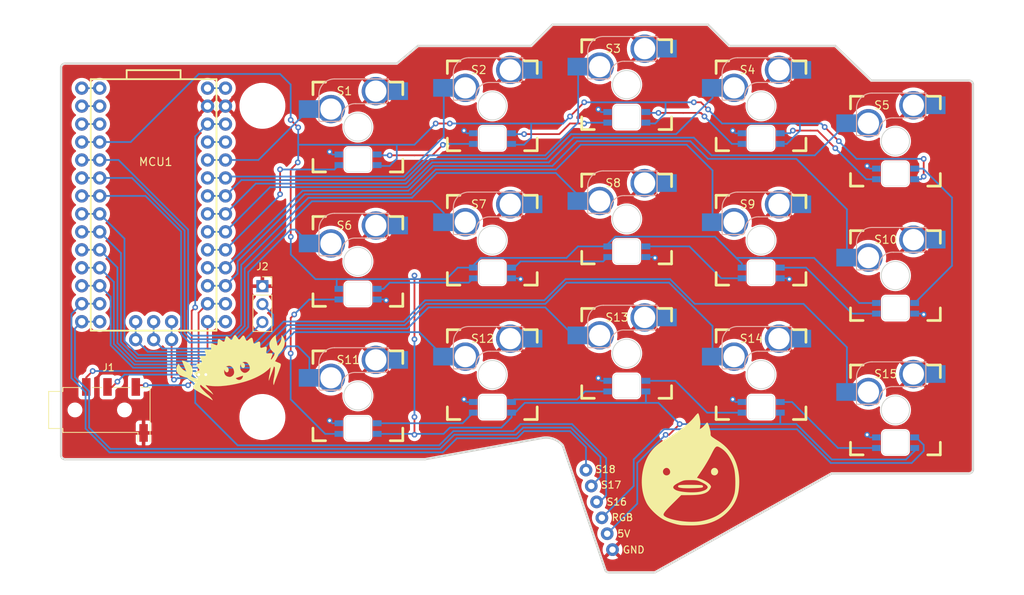
<source format=kicad_pcb>
(kicad_pcb (version 20221018) (generator pcbnew)

  (general
    (thickness 1.6)
  )

  (paper "A5")
  (layers
    (0 "F.Cu" signal)
    (31 "B.Cu" signal)
    (32 "B.Adhes" user "B.Adhesive")
    (33 "F.Adhes" user "F.Adhesive")
    (34 "B.Paste" user)
    (35 "F.Paste" user)
    (36 "B.SilkS" user "B.Silkscreen")
    (37 "F.SilkS" user "F.Silkscreen")
    (38 "B.Mask" user)
    (39 "F.Mask" user)
    (40 "Dwgs.User" user "User.Drawings")
    (41 "Cmts.User" user "User.Comments")
    (42 "Eco1.User" user "User.Eco1")
    (43 "Eco2.User" user "User.Eco2")
    (44 "Edge.Cuts" user)
    (45 "Margin" user)
    (46 "B.CrtYd" user "B.Courtyard")
    (47 "F.CrtYd" user "F.Courtyard")
    (48 "B.Fab" user)
    (49 "F.Fab" user)
    (50 "User.1" user)
    (51 "User.2" user)
    (52 "User.3" user)
    (53 "User.4" user)
    (54 "User.5" user)
    (55 "User.6" user)
    (56 "User.7" user)
    (57 "User.8" user)
    (58 "User.9" user)
  )

  (setup
    (stackup
      (layer "F.SilkS" (type "Top Silk Screen"))
      (layer "F.Paste" (type "Top Solder Paste"))
      (layer "F.Mask" (type "Top Solder Mask") (thickness 0.01))
      (layer "F.Cu" (type "copper") (thickness 0.035))
      (layer "dielectric 1" (type "core") (thickness 1.51) (material "FR4") (epsilon_r 4.5) (loss_tangent 0.02))
      (layer "B.Cu" (type "copper") (thickness 0.035))
      (layer "B.Mask" (type "Bottom Solder Mask") (thickness 0.01))
      (layer "B.Paste" (type "Bottom Solder Paste"))
      (layer "B.SilkS" (type "Bottom Silk Screen"))
      (copper_finish "None")
      (dielectric_constraints no)
    )
    (pad_to_mask_clearance 0)
    (pcbplotparams
      (layerselection 0x00010fc_ffffffff)
      (plot_on_all_layers_selection 0x0000000_00000000)
      (disableapertmacros false)
      (usegerberextensions false)
      (usegerberattributes true)
      (usegerberadvancedattributes true)
      (creategerberjobfile true)
      (dashed_line_dash_ratio 12.000000)
      (dashed_line_gap_ratio 3.000000)
      (svgprecision 4)
      (plotframeref false)
      (viasonmask false)
      (mode 1)
      (useauxorigin false)
      (hpglpennumber 1)
      (hpglpenspeed 20)
      (hpglpendiameter 15.000000)
      (dxfpolygonmode true)
      (dxfimperialunits true)
      (dxfusepcbnewfont true)
      (psnegative false)
      (psa4output false)
      (plotreference true)
      (plotvalue true)
      (plotinvisibletext false)
      (sketchpadsonfab false)
      (subtractmaskfromsilk false)
      (outputformat 1)
      (mirror false)
      (drillshape 0)
      (scaleselection 1)
      (outputdirectory "")
    )
  )

  (net 0 "")
  (net 1 "GND")
  (net 2 "/S1")
  (net 3 "+5V")
  (net 4 "Net-(S1-DOUT)")
  (net 5 "/S2")
  (net 6 "/S3")
  (net 7 "Net-(S2-DOUT)")
  (net 8 "/S4")
  (net 9 "Net-(S3-DOUT)")
  (net 10 "/S5")
  (net 11 "/NEOPIXEL_DIN")
  (net 12 "/S6")
  (net 13 "Net-(S4-DOUT)")
  (net 14 "/S11")
  (net 15 "Net-(S11-DIN)")
  (net 16 "/S12")
  (net 17 "Net-(S6-DIN)")
  (net 18 "/S13")
  (net 19 "Net-(S7-DIN)")
  (net 20 "/S14")
  (net 21 "Net-(S8-DIN)")
  (net 22 "/S15")
  (net 23 "Net-(S10-DOUT)")
  (net 24 "/S7")
  (net 25 "/S8")
  (net 26 "/S9")
  (net 27 "/S10")
  (net 28 "/RX")
  (net 29 "/TX")
  (net 30 "/S18")
  (net 31 "/S17")
  (net 32 "/S16")
  (net 33 "Net-(S11-DOUT)")
  (net 34 "Net-(S12-DOUT)")
  (net 35 "Net-(S10-DIN)")
  (net 36 "/VBUS")
  (net 37 "Net-(J2-Pin_2)")
  (net 38 "Net-(J2-Pin_3)")
  (net 39 "unconnected-(MCU1-VBAT-Pad30)")
  (net 40 "unconnected-(MCU1-D13-Pad27)")
  (net 41 "unconnected-(MCU1-3.3V-Pad2)")
  (net 42 "unconnected-(MCU1-3.3V-Pad1)")
  (net 43 "unconnected-(MCU1-RESET-Pad0)")
  (net 44 "Net-(S13-DOUT)")
  (net 45 "Net-(S14-DOUT)")
  (net 46 "Net-(E3-Pin_1)")

  (footprint "Footprints:Pin0.9mm" (layer "F.Cu") (at 105.25 93.5))

  (footprint "Footprints:MX_SW_SOCKET_LED" (layer "F.Cu") (at 108 49))

  (footprint "Footprints:MX_SW_SOCKET_LED_REV" (layer "F.Cu") (at 108 68))

  (footprint "Footprints:Pin0.9mm" (layer "F.Cu") (at 102.25 84.5))

  (footprint "Footprints:Pin0.9mm" (layer "F.Cu") (at 104.5 91.25))

  (footprint "Footprints:Pin0.9mm" (layer "F.Cu") (at 103.75 89))

  (footprint "Footprints:MX_SW_SOCKET_LED_REV" (layer "F.Cu") (at 127 33))

  (footprint "Footprints:MX_SW_SOCKET_LED" (layer "F.Cu") (at 89 52))

  (footprint "Footprints:MX_SW_SOCKET_LED_REV" (layer "F.Cu") (at 146 38))

  (footprint "MountingHole:MountingHole_6mm" (layer "F.Cu") (at 56.5 33))

  (footprint "Footprints:MX_SW_SOCKET_LED_REV" (layer "F.Cu") (at 108 30))

  (footprint "Footprints:MX_SW_SOCKET_LED_REV" (layer "F.Cu") (at 89 71))

  (footprint "Footprints:MX_SW_SOCKET_LED_REV" (layer "F.Cu") (at 70 74))

  (footprint "Footprints:MX_SW_SOCKET_LED_REV" (layer "F.Cu") (at 127 71))

  (footprint "Footprints:MX_SW_SOCKET_LED" (layer "F.Cu") (at 127 52))

  (footprint "Footprints:MX_SW_SOCKET_LED_REV" (layer "F.Cu") (at 89 33))

  (footprint "Footprints:MX_SW_SOCKET_LED" (layer "F.Cu") (at 70 55))

  (footprint "MountingHole:MountingHole_6mm" (layer "F.Cu") (at 56.5 77))

  (footprint "Footprints:Pin0.9mm" (layer "F.Cu") (at 103 86.75))

  (footprint "Footprints:MX_SW_SOCKET_LED_REV" (layer "F.Cu") (at 70 36))

  (footprint "Connector_Audio:Jack_3.5mm_KoreanHropartsElec_PJ-320D-4A_Horizontal" (layer "F.Cu") (at 34.75 76))

  (footprint "Footprints:MX_SW_SOCKET_LED" (layer "F.Cu") (at 146 57))

  (footprint "Footprints:Pin0.9mm" (layer "F.Cu") (at 106 95.75))

  (footprint "Connector_PinSocket_2.54mm:PinSocket_1x03_P2.54mm_Vertical" (layer "F.Cu") (at 56.5 58.5))

  (footprint "Footprints:MX_SW_SOCKET_LED_REV" (layer "F.Cu") (at 146 76))

  (footprint "Footprints:ITSYBITSY BREAKOUT" (layer "F.Cu") (at 41.12 43.2))

  (gr_poly
    (pts
      (xy 118.102948 76.461112)
      (xy 118.107792 76.462479)
      (xy 118.111659 76.465174)
      (xy 118.127924 76.48396)
      (xy 118.144193 76.507646)
      (xy 118.176562 76.568672)
      (xy 118.208403 76.646151)
      (xy 118.239356 76.737984)
      (xy 118.269058 76.842073)
      (xy 118.297147 76.956318)
      (xy 118.323263 77.078619)
      (xy 118.347043 77.206879)
      (xy 118.368126 77.338996)
      (xy 118.386149 77.472874)
      (xy 118.400752 77.606411)
      (xy 118.411572 77.737509)
      (xy 118.418249 77.864069)
      (xy 118.420419 77.983992)
      (xy 118.417722 78.095178)
      (xy 118.409796 78.195529)
      (xy 118.350447 78.720118)
      (xy 118.622047 78.526719)
      (xy 118.650934 78.50542)
      (xy 118.681402 78.481582)
      (xy 118.713194 78.455462)
      (xy 118.746047 78.427318)
      (xy 118.779704 78.397405)
      (xy 118.813904 78.365982)
      (xy 118.882895 78.299633)
      (xy 118.950941 78.230326)
      (xy 119.015966 78.16012)
      (xy 119.046696 78.125322)
      (xy 119.075892 78.09107)
      (xy 119.103293 78.057621)
      (xy 119.12864 78.025234)
      (xy 119.152931 77.994215)
      (xy 119.177232 77.964785)
      (xy 119.20139 77.937064)
      (xy 119.225248 77.911175)
      (xy 119.248651 77.887239)
      (xy 119.271444 77.865379)
      (xy 119.293472 77.845715)
      (xy 119.314578 77.82837)
      (xy 119.334608 77.813466)
      (xy 119.353406 77.801124)
      (xy 119.370818 77.791466)
      (xy 119.386687 77.784614)
      (xy 119.393994 77.782278)
      (xy 119.400858 77.780689)
      (xy 119.407259 77.779863)
      (xy 119.413177 77.779814)
      (xy 119.418593 77.780558)
      (xy 119.423487 77.78211)
      (xy 119.42784 77.784485)
      (xy 119.431633 77.787699)
      (xy 119.459409 77.82482)
      (xy 119.49024 77.880618)
      (xy 119.523456 77.952754)
      (xy 119.558389 78.038891)
      (xy 119.59437 78.13669)
      (xy 119.630731 78.243815)
      (xy 119.701916 78.476688)
      (xy 119.766595 78.718806)
      (xy 119.794822 78.837488)
      (xy 119.819417 78.951467)
      (xy 119.839711 79.058406)
      (xy 119.855034 79.155967)
      (xy 119.864718 79.241812)
      (xy 119.868095 79.313604)
      (xy 119.867955 79.382185)
      (xy 119.868687 79.442469)
      (xy 119.86992 79.470035)
      (xy 119.87202 79.496169)
      (xy 119.875201 79.521085)
      (xy 119.879682 79.544998)
      (xy 119.885677 79.568122)
      (xy 119.893402 79.590671)
      (xy 119.903075 79.61286)
      (xy 119.91491 79.634903)
      (xy 119.929123 79.657013)
      (xy 119.945932 79.679406)
      (xy 119.965552 79.702295)
      (xy 119.988199 79.725895)
      (xy 120.014089 79.750421)
      (xy 120.043439 79.776085)
      (xy 120.076464 79.803103)
      (xy 120.11338 79.831688)
      (xy 120.154404 79.862056)
      (xy 120.199751 79.89442)
      (xy 120.304282 79.965993)
      (xy 120.428699 80.048123)
      (xy 120.574733 80.142523)
      (xy 120.938564 80.374989)
      (xy 121.24522 80.581884)
      (xy 121.535111 80.800388)
      (xy 121.808286 81.030583)
      (xy 122.064797 81.272549)
      (xy 122.304695 81.52637)
      (xy 122.528028 81.792127)
      (xy 122.734849 82.069903)
      (xy 122.925207 82.359779)
      (xy 123.099154 82.661838)
      (xy 123.256738 82.976162)
      (xy 123.398012 83.302832)
      (xy 123.523026 83.641932)
      (xy 123.63183 83.993542)
      (xy 123.724474 84.357745)
      (xy 123.80101 84.734623)
      (xy 123.861487 85.124258)
      (xy 123.881728 85.295693)
      (xy 123.897843 85.472383)
      (xy 123.909878 85.653387)
      (xy 123.917881 85.837767)
      (xy 123.921984 86.21289)
      (xy 123.910535 86.590231)
      (xy 123.883914 86.962271)
      (xy 123.842504 87.321489)
      (xy 123.816373 87.49394)
      (xy 123.786687 87.660365)
      (xy 123.753495 87.819825)
      (xy 123.716845 87.971379)
      (xy 123.673247 88.128368)
      (xy 123.624737 88.283399)
      (xy 123.571294 88.436507)
      (xy 123.512899 88.587729)
      (xy 123.44953 88.737099)
      (xy 123.381169 88.884653)
      (xy 123.307795 89.030427)
      (xy 123.229388 89.174457)
      (xy 123.145928 89.316777)
      (xy 123.057395 89.457425)
      (xy 122.963768 89.596434)
      (xy 122.865027 89.733841)
      (xy 122.761153 89.869682)
      (xy 122.652124 90.003991)
      (xy 122.537922 90.136805)
      (xy 122.418526 90.268159)
      (xy 122.159803 90.531324)
      (xy 121.89249 90.775696)
      (xy 121.616064 91.001472)
      (xy 121.329998 91.208853)
      (xy 121.033767 91.398036)
      (xy 120.726845 91.569221)
      (xy 120.408708 91.722605)
      (xy 120.07883 91.858389)
      (xy 119.736685 91.976769)
      (xy 119.381749 92.077946)
      (xy 119.013496 92.162118)
      (xy 118.6314 92.229482)
      (xy 118.234936 92.280239)
      (xy 117.823578 92.314587)
      (xy 117.396802 92.332724)
      (xy 116.954082 92.33485)
      (xy 116.533286 92.326929)
      (xy 116.14875 92.315175)
      (xy 115.842985 92.30117)
      (xy 115.732926 92.293819)
      (xy 115.658502 92.286499)
      (xy 115.526053 92.266765)
      (xy 115.385953 92.241637)
      (xy 115.087423 92.176666)
      (xy 114.772157 92.094517)
      (xy 114.449397 91.998121)
      (xy 114.128389 91.890408)
      (xy 113.818377 91.774311)
      (xy 113.528605 91.652759)
      (xy 113.394198 91.590854)
      (xy 113.268318 91.528684)
      (xy 113.090523 91.431239)
      (xy 112.909023 91.319826)
      (xy 112.725223 91.195825)
      (xy 112.540525 91.060615)
      (xy 112.356331 90.915577)
      (xy 112.211421 90.793562)
      (xy 113.22456 90.793562)
      (xy 113.227108 90.824688)
      (xy 113.233808 90.854213)
      (xy 113.244538 90.882344)
      (xy 113.259176 90.909289)
      (xy 113.277599 90.935255)
      (xy 113.299686 90.96045)
      (xy 113.354362 91.009358)
      (xy 113.422225 91.057673)
      (xy 113.611679 91.166011)
      (xy 113.837417 91.267971)
      (xy 114.095321 91.363013)
      (xy 114.381269 91.450596)
      (xy 114.691141 91.53018)
      (xy 115.020817 91.601225)
      (xy 115.366177 91.663192)
      (xy 115.7231 91.71554)
      (xy 116.087466 91.75773)
      (xy 116.455154 91.78922)
      (xy 116.822045 91.809472)
      (xy 117.184018 91.817945)
      (xy 117.536952 91.814099)
      (xy 117.876728 91.797394)
      (xy 118.199225 91.767291)
      (xy 118.500323 91.723248)
      (xy 118.500317 91.72325)
      (xy 118.966215 91.627894)
      (xy 119.412153 91.510645)
      (xy 119.837571 91.371964)
      (xy 120.241908 91.212311)
      (xy 120.624603 91.032147)
      (xy 120.985093 90.831933)
      (xy 121.322819 90.612129)
      (xy 121.637219 90.373196)
      (xy 121.927732 90.115594)
      (xy 122.193796 89.839784)
      (xy 122.434851 89.546226)
      (xy 122.650335 89.235382)
      (xy 122.839688 88.907712)
      (xy 123.002347 88.563676)
      (xy 123.137753 88.203735)
      (xy 123.245343 87.82835)
      (xy 123.276615 87.67748)
      (xy 123.303235 87.502397)
      (xy 123.325239 87.306386)
      (xy 123.342663 87.092736)
      (xy 123.363913 86.625664)
      (xy 123.367271 86.127481)
      (xy 123.353022 85.624482)
      (xy 123.321453 85.142967)
      (xy 123.299263 84.918484)
      (xy 123.272849 84.709234)
      (xy 123.242249 84.518503)
      (xy 123.207498 84.349579)
      (xy 123.147032 84.11367)
      (xy 123.077432 83.881735)
      (xy 122.999126 83.654455)
      (xy 122.912539 83.432513)
      (xy 122.818099 83.21659)
      (xy 122.716231 83.007368)
      (xy 122.607362 82.805528)
      (xy 122.49192 82.611752)
      (xy 122.370329 82.426722)
      (xy 122.243018 82.251119)
      (xy 122.110411 82.085624)
      (xy 121.972937 81.93092)
      (xy 121.831021 81.787688)
      (xy 121.68509 81.656609)
      (xy 121.53557 81.538366)
      (xy 121.382888 81.433639)
      (xy 121.256269 81.354688)
      (xy 121.143037 81.288411)
      (xy 121.090882 81.260368)
      (xy 121.041404 81.235904)
      (xy 120.994378 81.215158)
      (xy 120.949583 81.198266)
      (xy 120.906794 81.185365)
      (xy 120.865787 81.176593)
      (xy 120.82634 81.172086)
      (xy 120.788229 81.171982)
      (xy 120.751231 81.176418)
      (xy 120.715122 81.185532)
      (xy 120.679679 81.19946)
      (xy 120.644679 81.218339)
      (xy 120.609897 81.242307)
      (xy 120.575111 81.271501)
      (xy 120.540098 81.306058)
      (xy 120.504633 81.346115)
      (xy 120.468495 81.391809)
      (xy 120.431458 81.443278)
      (xy 120.3933 81.500659)
      (xy 120.353797 81.564088)
      (xy 120.312726 81.633704)
      (xy 120.269864 81.709643)
      (xy 120.177871 81.881039)
      (xy 120.076032 82.079373)
      (xy 119.962559 82.305744)
      (xy 119.835201 82.553539)
      (xy 119.687559 82.827204)
      (xy 119.524925 83.117711)
      (xy 119.352592 83.416031)
      (xy 119.175853 83.713137)
      (xy 119 84)
      (xy 118.830327 84.267594)
      (xy 118.672125 84.506889)
      (xy 117.941454 85.583909)
      (xy 118.405258 85.741559)
      (xy 118.517112 85.781679)
      (xy 118.6294 85.826006)
      (xy 118.741378 85.874077)
      (xy 118.852299 85.925426)
      (xy 118.961419 85.97959)
      (xy 119.067992 86.036105)
      (xy 119.171272 86.094506)
      (xy 119.270514 86.154329)
      (xy 119.364973 86.215111)
      (xy 119.453903 86.276387)
      (xy 119.536558 86.337692)
      (xy 119.612194 86.398563)
      (xy 119.680065 86.458536)
      (xy 119.739425 86.517147)
      (xy 119.789529 86.57393)
      (xy 119.829631 86.628423)
      (xy 119.853519 86.665399)
      (xy 119.874156 86.698881)
      (xy 119.891513 86.729474)
      (xy 119.898953 86.743877)
      (xy 119.905562 86.757783)
      (xy 119.911338 86.77127)
      (xy 119.916276 86.784413)
      (xy 119.920373 86.797288)
      (xy 119.923626 86.809969)
      (xy 119.92603 86.822534)
      (xy 119.927584 86.835057)
      (xy 119.928282 86.847613)
      (xy 119.928122 86.86028)
      (xy 119.9271 86.873132)
      (xy 119.925213 86.886245)
      (xy 119.922457 86.899694)
      (xy 119.918828 86.913556)
      (xy 119.914323 86.927905)
      (xy 119.908939 86.942818)
      (xy 119.902672 86.95837)
      (xy 119.895518 86.974637)
      (xy 119.878538 87.009617)
      (xy 119.857969 87.048364)
      (xy 119.833785 87.091483)
      (xy 119.805956 87.139578)
      (xy 119.768402 87.200782)
      (xy 119.728626 87.259474)
      (xy 119.686504 87.315694)
      (xy 119.641909 87.36948)
      (xy 119.594718 87.420872)
      (xy 119.544804 87.469907)
      (xy 119.492043 87.516625)
      (xy 119.436309 87.561065)
      (xy 119.377477 87.603265)
      (xy 119.315421 87.643265)
      (xy 119.250018 87.681102)
      (xy 119.18114 87.716815)
      (xy 119.108664 87.750444)
      (xy 119.032463 87.782027)
      (xy 118.952413 87.811603)
      (xy 118.868388 87.83921)
      (xy 118.780263 87.864888)
      (xy 118.687914 87.888675)
      (xy 118.591214 87.91061)
      (xy 118.490038 87.930731)
      (xy 118.384261 87.949078)
      (xy 118.273759 87.965689)
      (xy 118.038075 87.993859)
      (xy 117.781984 88.015551)
      (xy 117.504484 88.031075)
      (xy 117.204573 88.04074)
      (xy 116.88125 88.044858)
      (xy 115.711174 88.049908)
      (xy 114.466274 89.283393)
      (xy 114.02799 89.722754)
      (xy 113.848177 89.908327)
      (xy 113.69328 90.073375)
      (xy 113.562323 90.21956)
      (xy 113.454326 90.348544)
      (xy 113.368314 90.461986)
      (xy 113.303309 90.561548)
      (xy 113.278378 90.606643)
      (xy 113.258333 90.648891)
      (xy 113.243051 90.688499)
      (xy 113.232409 90.725675)
      (xy 113.226286 90.760627)
      (xy 113.22456 90.793562)
      (xy 112.211421 90.793562)
      (xy 112.174043 90.76209)
      (xy 111.995065 90.601532)
      (xy 111.820798 90.435285)
      (xy 111.652646 90.264728)
      (xy 111.492012 90.091239)
      (xy 111.340296 89.916199)
      (xy 111.198903 89.740987)
      (xy 111.069235 89.566983)
      (xy 110.952693 89.395567)
      (xy 110.850682 89.228117)
      (xy 110.764603 89.066014)
      (xy 110.624212 88.753704)
      (xy 110.50146 88.428656)
      (xy 110.396375 88.092272)
      (xy 110.308986 87.745954)
      (xy 110.239319 87.391104)
      (xy 110.187403 87.029125)
      (xy 110.178419 86.932354)
      (xy 114.588753 86.932354)
      (xy 114.590053 86.962764)
      (xy 114.595727 86.992917)
      (xy 114.605759 87.022849)
      (xy 114.620133 87.052595)
      (xy 114.638833 87.082192)
      (xy 114.661843 87.111675)
      (xy 114.689146 87.141082)
      (xy 114.720727 87.170447)
      (xy 114.756569 87.199807)
      (xy 114.796656 87.229197)
      (xy 114.840973 87.258655)
      (xy 114.942228 87.317914)
      (xy 115.069971 87.375799)
      (xy 115.228817 87.428834)
      (xy 115.414803 87.476785)
      (xy 115.623964 87.519415)
      (xy 115.852336 87.556488)
      (xy 116.095954 87.587766)
      (xy 116.350855 87.613015)
      (xy 116.613073 87.631997)
      (xy 116.878644 87.644477)
      (xy 117.143604 87.650217)
      (xy 117.403989 87.648982)
      (xy 117.655834 87.640535)
      (xy 117.895174 87.62464)
      (xy 118.118046 87.601061)
      (xy 118.320485 87.569562)
      (xy 118.498526 87.529905)
      (xy 118.601085 87.501809)
      (xy 118.696337 87.474038)
      (xy 118.784572 87.446439)
      (xy 118.866076 87.418856)
      (xy 118.941136 87.391136)
      (xy 119.010041 87.363123)
      (xy 119.073078 87.334664)
      (xy 119.130535 87.305604)
      (xy 119.182699 87.275789)
      (xy 119.229857 87.245063)
      (xy 119.272297 87.213274)
      (xy 119.310308 87.180265)
      (xy 119.344175 87.145884)
      (xy 119.374187 87.109974)
      (xy 119.400632 87.072383)
      (xy 119.423796 87.032955)
      (xy 119.434247 87.011294)
      (xy 119.442442 86.989544)
      (xy 119.448362 86.967684)
      (xy 119.451986 86.945696)
      (xy 119.453293 86.923561)
      (xy 119.452264 86.901258)
      (xy 119.448878 86.87877)
      (xy 119.443115 86.856077)
      (xy 119.434954 86.83316)
      (xy 119.424375 86.81)
      (xy 119.411358 86.786578)
      (xy 119.395882 86.762874)
      (xy 119.377927 86.738869)
      (xy 119.357473 86.714545)
      (xy 119.3345 86.689882)
      (xy 119.308986 86.664862)
      (xy 119.280913 86.639464)
      (xy 119.250258 86.613669)
      (xy 119.217003 86.58746)
      (xy 119.181126 86.560816)
      (xy 119.142608 86.533719)
      (xy 119.101428 86.506148)
      (xy 119.057566 86.478086)
      (xy 119.011001 86.449513)
      (xy 118.909682 86.390758)
      (xy 118.797309 86.329729)
      (xy 118.673719 86.266274)
      (xy 118.538749 86.20024)
      (xy 118.356689 86.115355)
      (xy 118.275985 86.080322)
      (xy 118.199908 86.049815)
      (xy 118.126768 86.023522)
      (xy 118.054871 86.001135)
      (xy 117.982528 85.982341)
      (xy 117.908045 85.96683)
      (xy 117.829731 85.954293)
      (xy 117.745894 85.944417)
      (xy 117.654843 85.936894)
      (xy 117.554886 85.931412)
      (xy 117.44433 85.92766)
      (xy 117.321485 85.925329)
      (xy 117.032157 85.923685)
      (xy 116.732228 85.924655)
      (xy 116.606492 85.926665)
      (xy 116.494092 85.930276)
      (xy 116.392915 85.935924)
      (xy 116.300849 85.944048)
      (xy 116.215783 85.955086)
      (xy 116.135602 85.969475)
      (xy 116.058196 85.987653)
      (xy 115.981451 86.010058)
      (xy 115.903255 86.037127)
      (xy 115.821497 86.069298)
      (xy 115.734063 86.107009)
      (xy 115.638842 86.150698)
      (xy 115.416587 86.25776)
      (xy 115.251523 86.341105)
      (xy 115.105117 86.420827)
      (xy 114.977239 86.497215)
      (xy 114.867761 86.570556)
      (xy 114.819881 86.606174)
      (xy 114.776552 86.641139)
      (xy 114.737759 86.675486)
      (xy 114.703486 86.709252)
      (xy 114.673715 86.742472)
      (xy 114.648431 86.775183)
      (xy 114.627618 86.80742)
      (xy 114.61126 86.83922)
      (xy 114.599341 86.870618)
      (xy 114.591844 86.901651)
      (xy 114.588753 86.932354)
      (xy 110.178419 86.932354)
      (xy 110.153265 86.661417)
      (xy 110.136934 86.289382)
      (xy 110.138438 85.914424)
      (xy 110.157803 85.537942)
      (xy 110.195058 85.161341)
      (xy 110.250231 84.78602)
      (xy 110.264923 84.711145)
      (xy 113.132746 84.711145)
      (xy 113.134113 84.753157)
      (xy 113.138144 84.793857)
      (xy 113.144733 84.833192)
      (xy 113.153774 84.871106)
      (xy 113.165161 84.907548)
      (xy 113.178788 84.942462)
      (xy 113.19455 84.975795)
      (xy 113.21234 85.007493)
      (xy 113.232052 85.037503)
      (xy 113.253581 85.06577)
      (xy 113.276821 85.092241)
      (xy 113.301666 85.116862)
      (xy 113.328009 85.139579)
      (xy 113.355746 85.160338)
      (xy 113.38477 85.179086)
      (xy 113.414975 85.195769)
      (xy 113.446255 85.210332)
      (xy 113.478505 85.222722)
      (xy 113.511619 85.232886)
      (xy 113.54549 85.240769)
      (xy 113.580013 85.246318)
      (xy 113.615081 85.249478)
      (xy 113.65059 85.250197)
      (xy 113.686433 85.24842)
      (xy 113.722504 85.244093)
      (xy 113.758698 85.237162)
      (xy 113.794907 85.227575)
      (xy 113.831028 85.215276)
      (xy 113.866953 85.200213)
      (xy 113.902576 85.182331)
      (xy 113.937793 85.161576)
      (xy 113.972496 85.137895)
      (xy 114.005144 85.111566)
      (xy 114.034286 85.083056)
      (xy 114.059994 85.052562)
      (xy 114.082339 85.020283)
      (xy 114.101392 84.986415)
      (xy 114.117225 84.951158)
      (xy 114.129909 84.914708)
      (xy 114.139516 84.877264)
      (xy 114.146116 84.839023)
      (xy 114.149782 84.800184)
      (xy 114.150584 84.760945)
      (xy 114.148594 84.721502)
      (xy 114.143883 84.682055)
      (xy 114.136523 84.642801)
      (xy 114.126586 84.603937)
      (xy 114.114141 84.565662)
      (xy 114.099261 84.528174)
      (xy 114.082018 84.491671)
      (xy 114.062482 84.45635)
      (xy 114.040725 84.422409)
      (xy 114.016818 84.390046)
      (xy 113.990833 84.359459)
      (xy 113.96284 84.330846)
      (xy 113.932912 84.304405)
      (xy 113.90112 84.280334)
      (xy 113.867535 84.25883)
      (xy 113.832228 84.240091)
      (xy 113.795271 84.224316)
      (xy 113.756735 84.211702)
      (xy 113.716692 84.202447)
      (xy 113.675213 84.196748)
      (xy 113.632368 84.194805)
      (xy 113.608804 84.195549)
      (xy 113.585305 84.197748)
      (xy 113.561916 84.201357)
      (xy 113.538682 84.20633)
      (xy 113.515646 84.212619)
      (xy 113.492855 84.22018)
      (xy 113.470353 84.228965)
      (xy 113.448185 84.238928)
      (xy 113.426396 84.250023)
      (xy 113.405029 84.262204)
      (xy 113.384131 84.275424)
      (xy 113.363746 84.289637)
      (xy 113.343919 84.304797)
      (xy 113.324694 84.320857)
      (xy 113.306116 84.337772)
      (xy 113.288231 84.355494)
      (xy 113.271082 84.373978)
      (xy 113.254716 84.393177)
      (xy 113.239175 84.413045)
      (xy 113.224506 84.433536)
      (xy 113.210754 84.454603)
      (xy 113.197962 84.476201)
      (xy 113.186175 84.498282)
      (xy 113.17544 84.520801)
      (xy 113.165799 84.54371)
      (xy 113.157299 84.566965)
      (xy 113.149983 84.590519)
      (xy 113.143897 84.614324)
      (xy 113.139086 84.638336)
      (xy 113.135594 84.662508)
      (xy 113.133466 84.686793)
      (xy 113.132746 84.711145)
      (xy 110.264923 84.711145)
      (xy 110.323349 84.413383)
      (xy 110.414441 84.04483)
      (xy 110.523534 83.681765)
      (xy 110.650656 83.325589)
      (xy 110.750646 83.081248)
      (xy 110.858684 82.845137)
      (xy 110.975079 82.616904)
      (xy 111.100138 82.396197)
      (xy 111.234171 82.182665)
      (xy 111.377486 81.975956)
      (xy 111.530393 81.775718)
      (xy 111.693199 81.5816)
      (xy 111.866215 81.39325)
      (xy 112.049748 81.210316)
      (xy 112.244107 81.032448)
      (xy 112.4496 80.859292)
      (xy 112.666538 80.690498)
      (xy 112.895228 80.525714)
      (xy 113.135979 80.364588)
      (xy 113.3891 80.206769)
      (xy 114.180187 79.719972)
      (xy 114.883931 79.264615)
      (xy 115.507079 78.835461)
      (xy 116.056379 78.427274)
      (xy 116.305444 78.229406)
      (xy 116.538577 78.034815)
      (xy 116.756621 77.842848)
      (xy 116.960419 77.65285)
      (xy 117.150816 77.464165)
      (xy 117.328654 77.27614)
      (xy 117.494776 77.088119)
      (xy 117.650027 76.899449)
      (xy 117.690737 76.848895)
      (xy 117.730971 76.800424)
      (xy 117.770491 76.754259)
      (xy 117.809061 76.71062)
      (xy 117.846445 76.669733)
      (xy 117.882406 76.631818)
      (xy 117.916706 76.597099)
      (xy 117.94911 76.565799)
      (xy 117.97938 76.538139)
      (xy 118.007281 76.514343)
      (xy 118.032574 76.494634)
      (xy 118.055025 76.479233)
      (xy 118.074395 76.468364)
      (xy 118.090448 76.462249)
      (xy 118.097157 76.461044)
    )

    (stroke (width 0) (type solid)) (fill solid) (layer "F.SilkS") (tstamp 511efcea-c981-47b8-9b34-aa960a3058bc))
  (gr_poly
    (pts
      (xy 58.402723 65.437903)
      (xy 58.399041 65.490988)
      (xy 58.397631 65.548616)
      (xy 58.398456 65.610547)
      (xy 58.401479 65.676543)
      (xy 58.406664 65.746365)
      (xy 58.413974 65.819774)
      (xy 58.423372 65.896531)
      (xy 58.434822 65.976398)
      (xy 58.448288 66.059135)
      (xy 58.463732 66.144504)
      (xy 58.50041 66.322181)
      (xy 58.544564 66.50752)
      (xy 58.595901 66.698608)
      (xy 58.62175 66.788235)
      (xy 58.643904 66.862221)
      (xy 58.660005 66.91289)
      (xy 58.66505 66.927081)
      (xy 58.667699 66.932565)
      (xy 58.668793 66.93278)
      (xy 58.670399 66.93245)
      (xy 58.67249 66.9316)
      (xy 58.675039 66.930254)
      (xy 58.681404 66.926172)
      (xy 58.689279 66.920401)
      (xy 58.698448 66.913137)
      (xy 58.708697 66.904576)
      (xy 58.71981 66.894914)
      (xy 58.731572 66.884348)
      (xy 58.743768 66.873073)
      (xy 58.756182 66.861287)
      (xy 58.768599 66.849184)
      (xy 58.780804 66.836963)
      (xy 58.792582 66.824818)
      (xy 58.803717 66.812946)
      (xy 58.813994 66.801543)
      (xy 58.823199 66.790806)
      (xy 58.845781 66.76312)
      (xy 58.867371 66.735567)
      (xy 58.888013 66.708066)
      (xy 58.907753 66.680537)
      (xy 58.926637 66.652899)
      (xy 58.94471 66.625071)
      (xy 58.962018 66.596974)
      (xy 58.978607 66.568526)
      (xy 58.994522 66.539647)
      (xy 59.009809 66.510256)
      (xy 59.024514 66.480273)
      (xy 59.038682 66.449618)
      (xy 59.052359 66.41821)
      (xy 59.06559 66.385967)
      (xy 59.078422 66.352811)
      (xy 59.0909 66.31866)
      (xy 59.107367 66.270454)
      (xy 59.122558 66.222123)
      (xy 59.136482 66.1736)
      (xy 59.14915 66.124817)
      (xy 59.16057 66.075707)
      (xy 59.170752 66.026202)
      (xy 59.179705 65.976235)
      (xy 59.18744 65.925738)
      (xy 59.193965 65.874643)
      (xy 59.19929 65.822884)
      (xy 59.203424 65.770392)
      (xy 59.206378 65.7171)
      (xy 59.208159 65.662941)
      (xy 59.208779 65.607847)
      (xy 59.208246 65.55175)
      (xy 59.20657 65.494584)
      (xy 59.20326 65.409509)
      (xy 59.23751 65.44173)
      (xy 59.26522 65.468931)
      (xy 59.292676 65.498112)
      (xy 59.319781 65.529114)
      (xy 59.346437 65.561778)
      (xy 59.372546 65.595945)
      (xy 59.398009 65.631455)
      (xy 59.422731 65.668148)
      (xy 59.446612 65.705867)
      (xy 59.469555 65.74445)
      (xy 59.491462 65.78374)
      (xy 59.512236 65.823577)
      (xy 59.531779 65.863801)
      (xy 59.549993 65.904254)
      (xy 59.56678 65.944775)
      (xy 59.582043 65.985206)
      (xy 59.595684 66.025387)
      (xy 59.619472 66.107759)
      (xy 59.63821 66.190417)
      (xy 59.651888 66.273413)
      (xy 59.6605 66.356797)
      (xy 59.664035 66.440622)
      (xy 59.662486 66.52494)
      (xy 59.655843 66.6098)
      (xy 59.644099 66.695257)
      (xy 59.627244 66.78136)
      (xy 59.60527 66.868161)
      (xy 59.578169 66.955713)
      (xy 59.545931 67.044066)
      (xy 59.508548 67.133272)
      (xy 59.466012 67.223383)
      (xy 59.418314 67.31445)
      (xy 59.365446 67.406525)
      (xy 59.311725 67.493817)
      (xy 59.25782 67.576323)
      (xy 59.2026 67.655513)
      (xy 59.144935 67.732852)
      (xy 59.083694 67.809808)
      (xy 59.017745 67.887849)
      (xy 58.945959 67.968442)
      (xy 58.867203 68.053054)
      (xy 58.834096 68.088085)
      (xy 58.808718 68.115565)
      (xy 58.798474 68.127116)
      (xy 58.789619 68.137552)
      (xy 58.781971 68.147129)
      (xy 58.775349 68.156106)
      (xy 58.769572 68.164739)
      (xy 58.764459 68.173287)
      (xy 58.759828 68.182006)
      (xy 58.755498 68.191153)
      (xy 58.751288 68.200987)
      (xy 58.747016 68.211765)
      (xy 58.737563 68.237181)
      (xy 58.701256 68.330728)
      (xy 58.65904 68.429272)
      (xy 58.611624 68.531434)
      (xy 58.559717 68.635832)
      (xy 58.504026 68.741086)
      (xy 58.445261 68.845817)
      (xy 58.384129 68.948644)
      (xy 58.321338 69.048187)
      (xy 58.310301 69.065404)
      (xy 58.301726 69.079428)
      (xy 58.298315 69.085358)
      (xy 58.295464 69.090627)
      (xy 58.293155 69.095282)
      (xy 58.29137 69.099367)
      (xy 58.29009 69.102929)
      (xy 58.289297 69.106014)
      (xy 58.288972 69.108667)
      (xy 58.289098 69.110935)
      (xy 58.289655 69.112862)
      (xy 58.290626 69.114496)
      (xy 58.291991 69.115881)
      (xy 58.293734 69.117063)
      (xy 58.326528 69.13124)
      (xy 58.406544 69.164556)
      (xy 58.660145 69.268705)
      (xy 58.799427 69.326361)
      (xy 58.917074 69.376529)
      (xy 59.000689 69.413824)
      (xy 59.025862 69.425962)
      (xy 59.037879 69.432861)
      (xy 59.043619 69.438016)
      (xy 59.049301 69.443948)
      (xy 59.054891 69.450587)
      (xy 59.060352 69.457858)
      (xy 59.065651 69.46569)
      (xy 59.070752 69.474012)
      (xy 59.07562 69.48275)
      (xy 59.080222 69.491833)
      (xy 59.084522 69.501189)
      (xy 59.088485 69.510746)
      (xy 59.092076 69.52043)
      (xy 59.095261 69.530171)
      (xy 59.098004 69.539896)
      (xy 59.100272 69.549533)
      (xy 59.102028 69.55901)
      (xy 59.103239 69.568255)
      (xy 59.104281 69.58164)
      (xy 59.104778 69.59588)
      (xy 59.104738 69.61093)
      (xy 59.104166 69.626745)
      (xy 59.10307 69.64328)
      (xy 59.101458 69.660489)
      (xy 59.099335 69.678327)
      (xy 59.096709 69.696749)
      (xy 59.093587 69.715711)
      (xy 59.089976 69.735166)
      (xy 59.085882 69.75507)
      (xy 59.081313 69.775378)
      (xy 59.076275 69.796044)
      (xy 59.070776 69.817024)
      (xy 59.064822 69.838272)
      (xy 59.05842 69.859743)
      (xy 59.020039 69.977944)
      (xy 58.966506 70.132223)
      (xy 58.817248 70.540292)
      (xy 58.617171 71.066499)
      (xy 58.372802 71.693392)
      (xy 58.331053 71.801679)
      (xy 58.29123 71.908946)
      (xy 58.257843 72.002807)
      (xy 58.244971 72.04084)
      (xy 58.235398 72.070876)
      (xy 58.216126 72.132976)
      (xy 58.195516 72.196823)
      (xy 58.154107 72.318867)
      (xy 58.135221 72.371616)
      (xy 58.118822 72.415217)
      (xy 58.105868 72.446948)
      (xy 58.097314 72.464085)
      (xy 58.08465 72.482821)
      (xy 58.071323 72.429788)
      (xy 58.071338 72.429785)
      (xy 58.063225 72.391854)
      (xy 58.056767 72.349482)
      (xy 58.051946 72.302971)
      (xy 58.048744 72.252627)
      (xy 58.047143 72.198752)
      (xy 58.047124 72.14165)
      (xy 58.048668 72.081625)
      (xy 58.051757 72.018981)
      (xy 58.056372 71.954021)
      (xy 58.062495 71.887049)
      (xy 58.070108 71.818369)
      (xy 58.079192 71.748284)
      (xy 58.089728 71.677099)
      (xy 58.101699 71.605116)
      (xy 58.115085 71.53264)
      (xy 58.129868 71.459974)
      (xy 58.146162 71.380587)
      (xy 58.161588 71.29942)
      (xy 58.176224 71.215968)
      (xy 58.190149 71.129728)
      (xy 58.20344 71.040197)
      (xy 58.216176 70.946871)
      (xy 58.228434 70.849247)
      (xy 58.240293 70.746821)
      (xy 58.257623 70.576709)
      (xy 58.269704 70.425196)
      (xy 58.276539 70.292514)
      (xy 58.27813 70.178891)
      (xy 58.274478 70.084558)
      (xy 58.270687 70.044697)
      (xy 58.265586 70.009746)
      (xy 58.259176 69.979732)
      (xy 58.251457 69.954684)
      (xy 58.242428 69.934632)
      (xy 58.232091 69.919604)
      (xy 58.230883 69.918437)
      (xy 58.229168 69.917096)
      (xy 58.226977 69.915597)
      (xy 58.224344 69.913954)
      (xy 58.221299 69.912185)
      (xy 58.217875 69.910305)
      (xy 58.214103 69.908329)
      (xy 58.210016 69.906273)
      (xy 58.201024 69.901986)
      (xy 58.191154 69.897569)
      (xy 58.180661 69.893148)
      (xy 58.1698 69.888851)
      (xy 58.116663 69.868514)
      (xy 58.103063 69.931315)
      (xy 58.086999 69.992691)
      (xy 58.059073 70.082529)
      (xy 58.018681 70.202516)
      (xy 57.965218 70.354343)
      (xy 57.898081 70.5397)
      (xy 57.816664 70.760276)
      (xy 57.608576 71.313842)
      (xy 57.578609 71.39477)
      (xy 57.547583 71.481687)
      (xy 57.519159 71.56416)
      (xy 57.496998 71.631759)
      (xy 57.480023 71.685123)
      (xy 57.464934 71.731161)
      (xy 57.451732 71.769869)
      (xy 57.440418 71.801244)
      (xy 57.430993 71.825281)
      (xy 57.42346 71.841976)
      (xy 57.420403 71.847569)
      (xy 57.417819 71.851325)
      (xy 57.415709 71.853245)
      (xy 57.414831 71.853515)
      (xy 57.414072 71.853326)
      (xy 57.413249 71.852382)
      (xy 57.412486 71.850594)
      (xy 57.411135 71.844616)
      (xy 57.410019 71.835661)
      (xy 57.409135 71.823998)
      (xy 57.408058 71.793622)
      (xy 57.407888 71.755634)
      (xy 57.408611 71.712183)
      (xy 57.410213 71.665417)
      (xy 57.412678 71.617484)
      (xy 57.415993 71.570532)
      (xy 57.421423 71.511546)
      (xy 57.428194 71.450727)
      (xy 57.436201 71.388769)
      (xy 57.445336 71.326367)
      (xy 57.455491 71.264212)
      (xy 57.466559 71.202999)
      (xy 57.478433 71.14342)
      (xy 57.491006 71.08617)
      (xy 57.517195 70.965331)
      (xy 57.543198 70.831788)
      (xy 57.568233 70.690609)
      (xy 57.591515 70.54686)
      (xy 57.612263 70.405608)
      (xy 57.629694 70.27192)
      (xy 57.643024 70.150864)
      (xy 57.651472 70.047506)
      (xy 57.653255 70.015415)
      (xy 57.654403 69.987896)
      (xy 57.654819 69.967875)
      (xy 57.654724 69.961592)
      (xy 57.654409 69.958281)
      (xy 57.654268 69.957901)
      (xy 57.654061 69.957611)
      (xy 57.653788 69.957409)
      (xy 57.653453 69.957294)
      (xy 57.653056 69.957263)
      (xy 57.6526 69.957317)
      (xy 57.652086 69.957452)
      (xy 57.651517 69.957668)
      (xy 57.650893 69.957962)
      (xy 57.650218 69.958334)
      (xy 57.649492 69.958781)
      (xy 57.648718 69.959302)
      (xy 57.647898 69.959896)
      (xy 57.647032 69.960561)
      (xy 57.645174 69.962097)
      (xy 57.643159 69.963898)
      (xy 57.641002 69.965951)
      (xy 57.638717 69.968244)
      (xy 57.636318 69.970764)
      (xy 57.633821 69.973498)
      (xy 57.63124 69.976434)
      (xy 57.628589 69.97956)
      (xy 57.625884 69.982861)
      (xy 57.582633 70.034447)
      (xy 57.534549 70.087918)
      (xy 57.481919 70.143037)
      (xy 57.425032 70.199564)
      (xy 57.364177 70.257261)
      (xy 57.299642 70.31589)
      (xy 57.231716 70.375212)
      (xy 57.160687 70.434989)
      (xy 57.086844 70.494981)
      (xy 57.010475 70.554951)
      (xy 56.93187 70.614659)
      (xy 56.851316 70.673868)
      (xy 56.769102 70.732339)
      (xy 56.685517 70.789833)
      (xy 56.600849 70.846111)
      (xy 56.515386 70.900936)
      (xy 56.313758 71.02372)
      (xy 56.105062 71.142522)
      (xy 55.889172 71.257402)
      (xy 55.665963 71.36842)
      (xy 55.43531 71.475635)
      (xy 55.197086 71.57911)
      (xy 54.951167 71.678904)
      (xy 54.697428 71.775076)
      (xy 54.547649 71.829138)
      (xy 54.406804 71.878142)
      (xy 54.270004 71.923588)
      (xy 54.132356 71.966977)
      (xy 53.988971 72.009808)
      (xy 53.834957 72.053584)
      (xy 53.665424 72.099804)
      (xy 53.47548 72.149968)
      (xy 53.030599 72.260458)
      (xy 52.597667 72.356602)
      (xy 52.175282 72.438608)
      (xy 51.76204 72.506686)
      (xy 51.35654 72.561047)
      (xy 50.957379 72.6019)
      (xy 50.563155 72.629454)
      (xy 50.172465 72.64392)
      (xy 49.943132 72.644938)
      (xy 49.709095 72.639095)
      (xy 49.475906 72.626912)
      (xy 49.249116 72.608908)
      (xy 49.034279 72.585602)
      (xy 48.836947 72.557514)
      (xy 48.662671 72.525163)
      (xy 48.585915 72.507551)
      (xy 48.517005 72.489068)
      (xy 48.505707 72.48587)
      (xy 48.49507 72.48305)
      (xy 48.485332 72.480658)
      (xy 48.476735 72.478744)
      (xy 48.469517 72.477357)
      (xy 48.463918 72.476549)
      (xy 48.461801 72.476377)
      (xy 48.460179 72.476368)
      (xy 48.459081 72.476529)
      (xy 48.458539 72.476866)
      (xy 48.458535 72.477999)
      (xy 48.459315 72.480037)
      (xy 48.463132 72.486712)
      (xy 48.469807 72.496665)
      (xy 48.479162 72.50967)
      (xy 48.505181 72.543932)
      (xy 48.539741 72.587688)
      (xy 48.581394 72.639131)
      (xy 48.628693 72.696451)
      (xy 48.68019 72.75784)
      (xy 48.734436 72.82149)
      (xy 48.837107 72.939938)
      (xy 48.87962 72.987937)
      (xy 48.918306 73.030694)
      (xy 48.954707 73.069892)
      (xy 48.990364 73.107213)
      (xy 49.026818 73.14434)
      (xy 49.065611 73.182954)
      (xy 49.102127 73.219516)
      (xy 49.137574 73.256126)
      (xy 49.172051 73.292898)
      (xy 49.205659 73.329943)
      (xy 49.238497 73.367374)
      (xy 49.270668 73.405304)
      (xy 49.30227 73.443846)
      (xy 49.333405 73.483112)
      (xy 49.362923 73.522065)
      (xy 49.393637 73.564559)
      (xy 49.424305 73.608703)
      (xy 49.453687 73.652607)
      (xy 49.480543 73.694381)
      (xy 49.503631 73.732135)
      (xy 49.521712 73.763979)
      (xy 49.528486 73.777094)
      (xy 49.533543 73.788023)
      (xy 49.537915 73.798438)
      (xy 49.539618 73.802666)
      (xy 49.540995 73.806282)
      (xy 49.542042 73.809318)
      (xy 49.542757 73.811803)
      (xy 49.543135 73.81377)
      (xy 49.543198 73.814569)
      (xy 49.543175 73.81525)
      (xy 49.543066 73.815816)
      (xy 49.542872 73.816272)
      (xy 49.542591 73.816622)
      (xy 49.542223 73.816869)
      (xy 49.541768 73.817018)
      (xy 49.541225 73.817071)
      (xy 49.540595 73.817034)
      (xy 49.539875 73.81691)
      (xy 49.53817 73.816416)
      (xy 49.536105 73.815621)
      (xy 49.533679 73.814555)
      (xy 49.530887 73.813249)
      (xy 49.526426 73.810652)
      (xy 49.519606 73.806025)
      (xy 49.499734 73.791365)
      (xy 49.472962 73.770629)
      (xy 49.440983 73.74518)
      (xy 49.405488 73.716376)
      (xy 49.368172 73.68558)
      (xy 49.330725 73.654152)
      (xy 49.29484 73.623452)
      (xy 49.270319 73.603313)
      (xy 49.233398 73.57442)
      (xy 49.131391 73.497127)
      (xy 49.00688 73.405075)
      (xy 48.877931 73.31177)
      (xy 48.701459 73.181505)
      (xy 48.449508 72.991303)
      (xy 48.198808 72.799481)
      (xy 48.026089 72.664356)
      (xy 47.985845 72.630879)
      (xy 47.946585 72.596401)
      (xy 47.90955 72.562169)
      (xy 47.875979 72.529429)
      (xy 47.847115 72.49943)
      (xy 47.834835 72.485847)
      (xy 47.824197 72.473416)
      (xy 47.815355 72.462294)
      (xy 47.808466 72.452636)
      (xy 47.803684 72.444598)
      (xy 47.801163 72.438336)
      (xy 47.800632 72.43647)
      (xy 47.800027 72.434826)
      (xy 47.799347 72.433406)
      (xy 47.798977 72.432781)
      (xy 47.798587 72.432212)
      (xy 47.798177 72.431701)
      (xy 47.797746 72.431248)
      (xy 47.797294 72.430852)
      (xy 47.79682 72.430515)
      (xy 47.796324 72.430237)
      (xy 47.795806 72.430017)
      (xy 47.795265 72.429858)
      (xy 47.794701 72.429757)
      (xy 47.794114 72.429717)
      (xy 47.793503 72.429738)
      (xy 47.792868 72.429819)
      (xy 47.792208 72.429962)
      (xy 47.791523 72.430166)
      (xy 47.790813 72.430431)
      (xy 47.790077 72.430759)
      (xy 47.789315 72.43115)
      (xy 47.787712 72.43212)
      (xy 47.786 72.433345)
      (xy 47.784177 72.434826)
      (xy 47.782239 72.436568)
      (xy 47.780184 72.438573)
      (xy 47.778008 72.440843)
      (xy 47.775709 72.443381)
      (xy 47.773283 72.44619)
      (xy 47.770728 72.449273)
      (xy 47.76804 72.452633)
      (xy 47.765217 72.456273)
      (xy 47.762256 72.460195)
      (xy 47.759154 72.464401)
      (xy 47.755907 72.468896)
      (xy 47.752513 72.473681)
      (xy 47.748969 72.47876)
      (xy 47.741418 72.489808)
      (xy 47.733231 72.502064)
      (xy 47.722506 72.518419)
      (xy 47.713081 72.533182)
      (xy 47.704917 72.546526)
      (xy 47.697976 72.558629)
      (xy 47.692217 72.569665)
      (xy 47.687603 72.57981)
      (xy 47.684095 72.58924)
      (xy 47.682744 72.593741)
      (xy 47.681654 72.598129)
      (xy 47.680821 72.602425)
      (xy 47.680241 72.606653)
      (xy 47.679907 72.610833)
      (xy 47.679816 72.614988)
      (xy 47.679963 72.619139)
      (xy 47.680342 72.623309)
      (xy 47.68178 72.631791)
      (xy 47.68409 72.640611)
      (xy 47.687234 72.649943)
      (xy 47.691173 72.659963)
      (xy 47.695868 72.670847)
      (xy 47.701944 72.683948)
      (xy 47.708649 72.697318)
      (xy 47.716043 72.711042)
      (xy 47.72419 72.725206)
      (xy 47.733148 72.739895)
      (xy 47.742981 72.755196)
      (xy 47.753748 72.771195)
      (xy 47.765512 72.787976)
      (xy 47.778334 72.805626)
      (xy 47.792274 72.824231)
      (xy 47.823756 72.864647)
      (xy 47.860449 72.909911)
      (xy 47.902842 72.96071)
      (xy 47.99621 73.06792)
      (xy 48.099634 73.180541)
      (xy 48.210836 73.296339)
      (xy 48.327541 73.413081)
      (xy 48.447473 73.528534)
      (xy 48.568354 73.640463)
      (xy 48.687909 73.746635)
      (xy 48.803861 73.844816)
      (xy 48.84777 73.8817)
      (xy 48.891536 73.919842)
      (xy 48.934998 73.959068)
      (xy 48.977995 73.999204)
      (xy 49.020367 74.040075)
      (xy 49.061952 74.081508)
      (xy 49.102589 74.123329)
      (xy 49.142118 74.165363)
      (xy 49.180377 74.207436)
      (xy 49.217205 74.249374)
      (xy 49.252441 74.291004)
      (xy 49.285925 74.33215)
      (xy 49.317495 74.37264)
      (xy 49.34699 74.412298)
      (xy 49.37425 74.450951)
      (xy 49.399113 74.488425)
      (xy 49.416988 74.517076)
      (xy 49.432477 74.543462)
      (xy 49.445381 74.567154)
      (xy 49.450803 74.577855)
      (xy 49.455504 74.587721)
      (xy 49.459461 74.5967)
      (xy 49.462648 74.604736)
      (xy 49.465041 74.611777)
      (xy 49.466615 74.617768)
      (xy 49.467346 74.622656)
      (xy 49.467209 74.626387)
      (xy 49.466807 74.627802)
      (xy 49.466179 74.628908)
      (xy 49.465321 74.629698)
      (xy 49.464231 74.630164)
      (xy 49.462468 74.630347)
      (xy 49.46019 74.630139)
      (xy 49.4574 74.62954)
      (xy 49.454098 74.628552)
      (xy 49.445963 74.62541)
      (xy 49.435796 74.620719)
      (xy 49.423606 74.614483)
      (xy 49.409403 74.60671)
      (xy 49.393196 74.597404)
      (xy 49.374994 74.586571)
      (xy 49.354807 74.574218)
      (xy 49.332645 74.560349)
      (xy 49.282431 74.528089)
      (xy 49.22443 74.489836)
      (xy 49.158716 74.445638)
      (xy 49.107923 74.411877)
      (xy 49.049089 74.374018)
      (xy 48.98237 74.332157)
      (xy 48.907923 74.286389)
      (xy 48.736467 74.18351)
      (xy 48.53597 74.066143)
      (xy 48.104918 73.813271)
      (xy 47.650267 73.541855)
      (xy 47.259897 73.304777)
      (xy 47.021688 73.15492)
      (xy 46.948399 73.104764)
      (xy 46.916205 73.081644)
      (xy 46.8868 73.059648)
      (xy 46.860049 73.038643)
      (xy 46.83582 73.018495)
      (xy 46.813979 72.999069)
      (xy 46.794391 72.980231)
      (xy 46.776923 72.961846)
      (xy 46.761441 72.94378)
      (xy 46.747811 72.925898)
      (xy 46.7359 72.908067)
      (xy 46.725574 72.890152)
      (xy 46.716699 72.872018)
      (xy 46.709141 72.853531)
      (xy 46.702767 72.834557)
      (xy 46.698253 72.819012)
      (xy 46.694712 72.805315)
      (xy 46.693295 72.799064)
      (xy 46.692107 72.793158)
      (xy 46.691143 72.787561)
      (xy 46.6904 72.782232)
      (xy 46.689871 72.777135)
      (xy 46.689553 72.77223)
      (xy 46.689441 72.767478)
      (xy 46.689529 72.762841)
      (xy 46.689814 72.758281)
      (xy 46.690291 72.753759)
      (xy 46.690954 72.749237)
      (xy 46.6918 72.744675)
      (xy 46.693283 72.739946)
      (xy 46.69633 72.732479)
      (xy 46.706782 72.709975)
      (xy 46.722481 72.678449)
      (xy 46.742753 72.639192)
      (xy 46.766924 72.59349)
      (xy 46.794321 72.542632)
      (xy 46.824269 72.487907)
      (xy 46.856095 72.430602)
      (xy 46.972647 72.221277)
      (xy 47.031321 72.114028)
      (xy 47.048777 72.079471)
      (xy 46.902321 72.035957)
      (xy 46.804002 72.005551)
      (xy 46.7116 71.974446)
      (xy 46.624322 71.942306)
      (xy 46.541375 71.908796)
      (xy 46.461968 71.873581)
      (xy 46.385308 71.836325)
      (xy 46.310602 71.796692)
      (xy 46.237058 71.754347)
      (xy 46.184352 71.721926)
      (xy 46.136256 71.690432)
      (xy 46.113802 71.674926)
      (xy 46.092339 71.659522)
      (xy 46.071814 71.644179)
      (xy 46.052172 71.628854)
      (xy 46.03336 71.613502)
      (xy 46.015324 71.598083)
      (xy 45.998011 71.582551)
      (xy 45.981366 71.566866)
      (xy 45.965335 71.550984)
      (xy 45.949866 71.534861)
      (xy 45.934904 71.518456)
      (xy 45.920395 71.501724)
      (xy 45.870945 71.443253)
      (xy 45.733241 71.410932)
      (xy 45.602715 71.378266)
      (xy 45.478124 71.342945)
      (xy 45.359598 71.305018)
      (xy 45.247264 71.264536)
      (xy 45.141249 71.221545)
      (xy 45.041682 71.176096)
      (xy 44.94869 71.128236)
      (xy 44.9047 71.103418)
      (xy 44.862402 71.078015)
      (xy 44.829506 71.057229)
      (xy 44.798109 71.03657)
      (xy 44.768141 71.015973)
      (xy 44.739535 70.995378)
      (xy 44.712223 70.974721)
      (xy 44.686134 70.953939)
      (xy 44.661202 70.93297)
      (xy 44.637357 70.91175)
      (xy 44.614531 70.890218)
      (xy 44.592656 70.86831)
      (xy 44.571663 70.845964)
      (xy 44.551483 70.823116)
      (xy 44.532049 70.799705)
      (xy 44.513291 70.775667)
      (xy 44.495141 70.75094)
      (xy 44.47753 70.72546)
      (xy 44.459425 70.696846)
      (xy 44.442364 70.666599)
      (xy 44.426394 70.634905)
      (xy 44.411561 70.601947)
      (xy 44.397911 70.56791)
      (xy 44.385491 70.532979)
      (xy 44.374347 70.497338)
      (xy 44.364525 70.46117)
      (xy 44.356073 70.424662)
      (xy 44.349035 70.387997)
      (xy 44.343459 70.35136)
      (xy 44.339392 70.314935)
      (xy 44.336878 70.278907)
      (xy 44.335966 70.24346)
      (xy 44.3367 70.208779)
      (xy 44.339128 70.175047)
      (xy 44.3422 70.148208)
      (xy 44.346148 70.12074)
      (xy 44.350952 70.092712)
      (xy 44.356589 70.064191)
      (xy 44.36304 70.035247)
      (xy 44.370283 70.005946)
      (xy 44.378298 69.976357)
      (xy 44.387065 69.946549)
      (xy 44.396561 69.916588)
      (xy 44.406767 69.886544)
      (xy 44.417662 69.856483)
      (xy 44.429225 69.826475)
      (xy 44.441435 69.796587)
      (xy 44.454271 69.766888)
      (xy 44.467712 69.737445)
      (xy 44.481739 69.708326)
      (xy 44.500524 69.672922)
      (xy 44.524211 69.632047)
      (xy 44.550693 69.588899)
      (xy 44.577863 69.546675)
      (xy 44.603616 69.508572)
      (xy 44.625846 69.477787)
      (xy 44.63498 69.466137)
      (xy 44.642445 69.457516)
      (xy 44.647975 69.452323)
      (xy 44.649932 69.451137)
      (xy 44.651307 69.450957)
      (xy 44.651682 69.451095)
      (xy 44.652062 69.45127)
      (xy 44.652447 69.451483)
      (xy 44.652836 69.451731)
      (xy 44.653228 69.452014)
      (xy 44.653622 69.45233)
      (xy 44.654018 69.452679)
      (xy 44.654414 69.453058)
      (xy 44.654811 69.453468)
      (xy 44.655208 69.453907)
      (xy 44.655997 69.454867)
      (xy 44.656776 69.455929)
      (xy 44.657539 69.457085)
      (xy 44.65828 69.458325)
      (xy 44.658993 69.45964)
      (xy 44.659674 69.461021)
      (xy 44.660316 69.462459)
      (xy 44.660914 69.463944)
      (xy 44.661461 69.465469)
      (xy 44.661953 69.467024)
      (xy 44.662384 69.4686)
      (xy 44.662962 69.470549)
      (xy 44.66389 69.473199)
      (xy 44.666709 69.480417)
      (xy 44.670677 69.489888)
      (xy 44.675633 69.501245)
      (xy 44.681413 69.514119)
      (xy 44.687854 69.528143)
      (xy 44.694794 69.542951)
      (xy 44.70207 69.558174)
      (xy 44.741914 69.63657)
      (xy 44.784887 69.713252)
      (xy 44.830863 69.788088)
      (xy 44.879716 69.860947)
      (xy 44.931319 69.931698)
      (xy 44.985545 70.000211)
      (xy 45.042267 70.066353)
      (xy 45.101359 70.129993)
      (xy 45.162694 70.191002)
      (xy 45.226146 70.249247)
      (xy 45.291588 70.304598)
      (xy 45.358893 70.356923)
      (xy 45.427934 70.406091)
      (xy 45.498586 70.451971)
      (xy 45.57072 70.494433)
      (xy 45.644211 70.533344)
      (xy 45.664812 70.543483)
      (xy 45.684054 70.552625)
      (xy 45.701516 70.560594)
      (xy 45.716774 70.567211)
      (xy 45.729405 70.5723)
      (xy 45.738986 70.575682)
      (xy 45.742501 70.576678)
      (xy 45.745095 70.57718)
      (xy 45.746715 70.577168)
      (xy 45.747144 70.576961)
      (xy 45.747309 70.576618)
      (xy 45.722523 70.512649)
      (xy 45.654588 70.344399)
      (xy 45.430811 69.797338)
      (xy 45.206663 69.248948)
      (xy 45.138325 69.07926)
      (xy 45.113048 69.013534)
      (xy 45.114039 69.011482)
      (xy 45.117194 69.010163)
      (xy 45.129558 69.009604)
      (xy 45.149269 69.011623)
      (xy 45.175453 69.015985)
      (xy 45.207237 69.022454)
      (xy 45.243749 69.030796)
      (xy 45.327462 69.052154)
      (xy 45.419608 69.078179)
      (xy 45.513205 69.106988)
      (xy 45.601267 69.1367)
      (xy 45.64104 69.151306)
      (xy 45.676812 69.165433)
      (xy 45.735142 69.190234)
      (xy 45.791244 69.215612)
      (xy 45.845168 69.241602)
      (xy 45.896963 69.268239)
      (xy 45.94668 69.295557)
      (xy 45.994368 69.323592)
      (xy 46.040077 69.352377)
      (xy 46.083856 69.381949)
      (xy 46.125756 69.412342)
      (xy 46.165826 69.44359)
      (xy 46.204116 69.475729)
      (xy 46.240676 69.508793)
      (xy 46.275555 69.542817)
      (xy 46.308804 69.577837)
      (xy 46.340472 69.613886)
      (xy 46.370608 69.651)
      (xy 46.391002 69.677689)
      (xy 46.410215 69.704011)
      (xy 46.428308 69.730087)
      (xy 46.445338 69.756041)
      (xy 46.461365 69.781993)
      (xy 46.476447 69.808067)
      (xy 46.490645 69.834384)
      (xy 46.504016 69.861067)
      (xy 46.516619 69.888238)
      (xy 46.528515 69.916019)
      (xy 46.539761 69.944533)
      (xy 46.550416 69.973902)
      (xy 46.56054 70.004248)
      (xy 46.570191 70.035693)
      (xy 46.579429 70.06836)
      (xy 46.588313 70.102371)
      (xy 46.596034 70.13439)
      (xy 46.602957 70.165872)
      (xy 46.60909 70.196932)
      (xy 46.614438 70.227685)
      (xy 46.61901 70.258245)
      (xy 46.622813 70.288727)
      (xy 46.625852 70.319244)
      (xy 46.628136 70.349911)
      (xy 46.629672 70.380844)
      (xy 46.630467 70.412155)
      (xy 46.630527 70.44396)
      (xy 46.629861 70.476373)
      (xy 46.628474 70.509508)
      (xy 46.626375 70.54348)
      (xy 46.620066 70.614393)
      (xy 46.616104 70.647683)
      (xy 46.611104 70.68243)
      (xy 46.598247 70.755332)
      (xy 46.582009 70.831163)
      (xy 46.562905 70.907986)
      (xy 46.541448 70.983864)
      (xy 46.518152 71.056863)
      (xy 46.493533 71.125046)
      (xy 46.480888 71.156727)
      (xy 46.468104 71.186477)
      (xy 46.441105 71.246876)
      (xy 46.484416 71.280365)
      (xy 46.498149 71.290634)
      (xy 46.512871 71.300979)
      (xy 46.528513 71.311364)
      (xy 46.545009 71.321756)
      (xy 46.562293 71.332121)
      (xy 46.580298 71.342424)
      (xy 46.598957 71.352632)
      (xy 46.618203 71.362709)
      (xy 46.63797 71.372623)
      (xy 46.658191 71.382338)
      (xy 46.678799 71.391821)
      (xy 46.699728 71.401037)
      (xy 46.72091 71.409952)
      (xy 46.74228 71.418533)
      (xy 46.76377 71.426744)
      (xy 46.785313 71.434551)
      (xy 46.832785 71.450097)
      (xy 46.887461 71.465971)
      (xy 46.947387 71.481725)
      (xy 47.010606 71.496908)
      (xy 47.075164 71.511073)
      (xy 47.139104 71.523769)
      (xy 47.200471 71.534548)
      (xy 47.25731 71.54296)
      (xy 47.345564 71.554547)
      (xy 47.374391 71.501955)
      (xy 52.735842 71.501955)
      (xy 52.736049 71.503521)
      (xy 52.736718 71.505511)
      (xy 52.737826 71.507902)
      (xy 52.741272 71.513782)
      (xy 52.746206 71.52096)
      (xy 52.752451 71.529236)
      (xy 52.759825 71.538408)
      (xy 52.76815 71.548276)
      (xy 52.777246 71.558638)
      (xy 52.786933 71.569294)
      (xy 52.797031 71.580042)
      (xy 52.807362 71.590682)
      (xy 52.817745 71.601013)
      (xy 52.828002 71.610833)
      (xy 52.837951 71.619942)
      (xy 52.847415 71.62814)
      (xy 52.856212 71.635224)
      (xy 52.874013 71.648087)
      (xy 52.893454 71.660626)
      (xy 52.914327 71.672771)
      (xy 52.936428 71.684449)
      (xy 52.95955 71.69559)
      (xy 52.983489 71.706122)
      (xy 53.008036 71.715973)
      (xy 53.032988 71.725073)
      (xy 53.058138 71.733349)
      (xy 53.08328 71.740731)
      (xy 53.108209 71.747146)
      (xy 53.132718 71.752525)
      (xy 53.156601 71.756794)
      (xy 53.179653 71.759884)
      (xy 53.201668 71.761721)
      (xy 53.22244 71.762236)
      (xy 53.234441 71.761886)
      (xy 53.246989 71.761048)
      (xy 53.259995 71.759745)
      (xy 53.273369 71.757999)
      (xy 53.287022 71.755833)
      (xy 53.300865 71.753267)
      (xy 53.314808 71.750326)
      (xy 53.328763 71.747031)
      (xy 53.342639 71.743403)
      (xy 53.356348 71.739466)
      (xy 53.369801 71.735242)
      (xy 53.382907 71.730752)
      (xy 53.395578 71.72602)
      (xy 53.407724 71.721066)
      (xy 53.419257 71.715914)
      (xy 53.430086 71.710586)
      (xy 53.446253 71.701832)
      (xy 53.462167 71.69245)
      (xy 53.477816 71.682458)
      (xy 53.493186 71.671876)
      (xy 53.508266 71.660723)
      (xy 53.523043 71.649017)
      (xy 53.551639 71.624022)
      (xy 53.578873 71.597041)
      (xy 53.604646 71.568225)
      (xy 53.628859 71.537724)
      (xy 53.651411 71.505689)
      (xy 53.672204 71.47227)
      (xy 53.691138 71.437617)
      (xy 53.708113 71.401882)
      (xy 53.723029 71.365213)
      (xy 53.735788 71.327763)
      (xy 53.746289 71.28968)
      (xy 53.754432 71.251116)
      (xy 53.757589 71.2317)
      (xy 53.760119 71.212221)
      (xy 53.761376 71.200573)
      (xy 53.762431 71.189636)
      (xy 53.763271 71.179655)
      (xy 53.76388 71.170875)
      (xy 53.764243 71.163539)
      (xy 53.764346 71.157891)
      (xy 53.764174 71.154178)
      (xy 53.76398 71.153122)
      (xy 53.763712 71.152641)
      (xy 53.601464 71.204866)
      (xy 53.249335 71.323267)
      (xy 52.897496 71.443405)
      (xy 52.73612 71.50084)
      (xy 52.735842 71.501955)
      (xy 47.374391 71.501955)
      (xy 47.386168 71.48047)
      (xy 47.394259 71.4653)
      (xy 47.401681 71.450586)
      (xy 47.408281 71.436691)
      (xy 47.413905 71.423978)
      (xy 47.4184 71.412807)
      (xy 47.421612 71.403542)
      (xy 47.42269 71.399737)
      (xy 47.423389 71.396545)
      (xy 47.423691 71.394009)
      (xy 47.423576 71.392177)
      (xy 47.423102 71.391177)
      (xy 47.422021 71.389654)
      (xy 47.418098 71.385093)
      (xy 47.41193 71.378607)
      (xy 47.40364 71.37031)
      (xy 47.381187 71.348738)
      (xy 47.351723 71.321283)
      (xy 47.316233 71.288854)
      (xy 47.275701 71.252359)
      (xy 47.231114 71.212706)
      (xy 47.183456 71.170802)
      (xy 47.090148 71.088625)
      (xy 47.011234 71.01801)
      (xy 46.955037 70.966479)
      (xy 46.938056 70.950222)
      (xy 46.929875 70.941556)
      (xy 46.925764 70.935552)
      (xy 46.921803 70.928691)
      (xy 46.918018 70.921082)
      (xy 46.914434 70.91283)
      (xy 46.911078 70.904041)
      (xy 46.907974 70.894823)
      (xy 46.905149 70.885282)
      (xy 46.902627 70.875525)
      (xy 46.900435 70.865657)
      (xy 46.898597 70.855786)
      (xy 46.897141 70.846017)
      (xy 46.89609 70.836458)
      (xy 46.895471 70.827215)
      (xy 46.89
... [385401 chars truncated]
</source>
